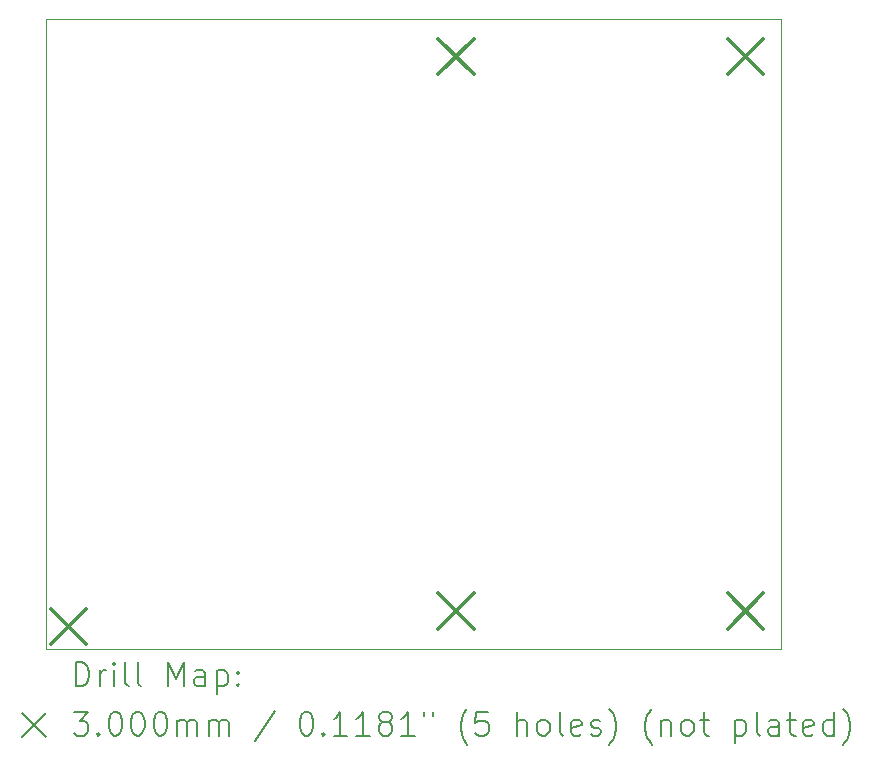
<source format=gbr>
%FSLAX45Y45*%
G04 Gerber Fmt 4.5, Leading zero omitted, Abs format (unit mm)*
G04 Created by KiCad (PCBNEW (6.0.5)) date 2022-12-08 11:31:31*
%MOMM*%
%LPD*%
G01*
G04 APERTURE LIST*
%TA.AperFunction,Profile*%
%ADD10C,0.100000*%
%TD*%
%ADD11C,0.200000*%
%ADD12C,0.300000*%
G04 APERTURE END LIST*
D10*
X10541000Y-5270500D02*
X16764000Y-5270500D01*
X16764000Y-5270500D02*
X16764000Y-10604500D01*
X16764000Y-10604500D02*
X10541000Y-10604500D01*
X10541000Y-10604500D02*
X10541000Y-5270500D01*
D11*
D12*
X10581500Y-10264000D02*
X10881500Y-10564000D01*
X10881500Y-10264000D02*
X10581500Y-10564000D01*
X13862000Y-5440000D02*
X14162000Y-5740000D01*
X14162000Y-5440000D02*
X13862000Y-5740000D01*
X13862000Y-10135000D02*
X14162000Y-10435000D01*
X14162000Y-10135000D02*
X13862000Y-10435000D01*
X16313000Y-5440000D02*
X16613000Y-5740000D01*
X16613000Y-5440000D02*
X16313000Y-5740000D01*
X16313000Y-10135000D02*
X16613000Y-10435000D01*
X16613000Y-10135000D02*
X16313000Y-10435000D01*
D11*
X10793619Y-10919976D02*
X10793619Y-10719976D01*
X10841238Y-10719976D01*
X10869810Y-10729500D01*
X10888857Y-10748548D01*
X10898381Y-10767595D01*
X10907905Y-10805690D01*
X10907905Y-10834262D01*
X10898381Y-10872357D01*
X10888857Y-10891405D01*
X10869810Y-10910452D01*
X10841238Y-10919976D01*
X10793619Y-10919976D01*
X10993619Y-10919976D02*
X10993619Y-10786643D01*
X10993619Y-10824738D02*
X11003143Y-10805690D01*
X11012667Y-10796167D01*
X11031714Y-10786643D01*
X11050762Y-10786643D01*
X11117429Y-10919976D02*
X11117429Y-10786643D01*
X11117429Y-10719976D02*
X11107905Y-10729500D01*
X11117429Y-10739024D01*
X11126952Y-10729500D01*
X11117429Y-10719976D01*
X11117429Y-10739024D01*
X11241238Y-10919976D02*
X11222190Y-10910452D01*
X11212667Y-10891405D01*
X11212667Y-10719976D01*
X11346000Y-10919976D02*
X11326952Y-10910452D01*
X11317428Y-10891405D01*
X11317428Y-10719976D01*
X11574571Y-10919976D02*
X11574571Y-10719976D01*
X11641238Y-10862833D01*
X11707905Y-10719976D01*
X11707905Y-10919976D01*
X11888857Y-10919976D02*
X11888857Y-10815214D01*
X11879333Y-10796167D01*
X11860286Y-10786643D01*
X11822190Y-10786643D01*
X11803143Y-10796167D01*
X11888857Y-10910452D02*
X11869809Y-10919976D01*
X11822190Y-10919976D01*
X11803143Y-10910452D01*
X11793619Y-10891405D01*
X11793619Y-10872357D01*
X11803143Y-10853310D01*
X11822190Y-10843786D01*
X11869809Y-10843786D01*
X11888857Y-10834262D01*
X11984095Y-10786643D02*
X11984095Y-10986643D01*
X11984095Y-10796167D02*
X12003143Y-10786643D01*
X12041238Y-10786643D01*
X12060286Y-10796167D01*
X12069809Y-10805690D01*
X12079333Y-10824738D01*
X12079333Y-10881881D01*
X12069809Y-10900929D01*
X12060286Y-10910452D01*
X12041238Y-10919976D01*
X12003143Y-10919976D01*
X11984095Y-10910452D01*
X12165048Y-10900929D02*
X12174571Y-10910452D01*
X12165048Y-10919976D01*
X12155524Y-10910452D01*
X12165048Y-10900929D01*
X12165048Y-10919976D01*
X12165048Y-10796167D02*
X12174571Y-10805690D01*
X12165048Y-10815214D01*
X12155524Y-10805690D01*
X12165048Y-10796167D01*
X12165048Y-10815214D01*
X10336000Y-11149500D02*
X10536000Y-11349500D01*
X10536000Y-11149500D02*
X10336000Y-11349500D01*
X10774571Y-11139976D02*
X10898381Y-11139976D01*
X10831714Y-11216167D01*
X10860286Y-11216167D01*
X10879333Y-11225690D01*
X10888857Y-11235214D01*
X10898381Y-11254262D01*
X10898381Y-11301881D01*
X10888857Y-11320928D01*
X10879333Y-11330452D01*
X10860286Y-11339976D01*
X10803143Y-11339976D01*
X10784095Y-11330452D01*
X10774571Y-11320928D01*
X10984095Y-11320928D02*
X10993619Y-11330452D01*
X10984095Y-11339976D01*
X10974571Y-11330452D01*
X10984095Y-11320928D01*
X10984095Y-11339976D01*
X11117429Y-11139976D02*
X11136476Y-11139976D01*
X11155524Y-11149500D01*
X11165048Y-11159024D01*
X11174571Y-11178071D01*
X11184095Y-11216167D01*
X11184095Y-11263786D01*
X11174571Y-11301881D01*
X11165048Y-11320928D01*
X11155524Y-11330452D01*
X11136476Y-11339976D01*
X11117429Y-11339976D01*
X11098381Y-11330452D01*
X11088857Y-11320928D01*
X11079333Y-11301881D01*
X11069810Y-11263786D01*
X11069810Y-11216167D01*
X11079333Y-11178071D01*
X11088857Y-11159024D01*
X11098381Y-11149500D01*
X11117429Y-11139976D01*
X11307905Y-11139976D02*
X11326952Y-11139976D01*
X11346000Y-11149500D01*
X11355524Y-11159024D01*
X11365048Y-11178071D01*
X11374571Y-11216167D01*
X11374571Y-11263786D01*
X11365048Y-11301881D01*
X11355524Y-11320928D01*
X11346000Y-11330452D01*
X11326952Y-11339976D01*
X11307905Y-11339976D01*
X11288857Y-11330452D01*
X11279333Y-11320928D01*
X11269809Y-11301881D01*
X11260286Y-11263786D01*
X11260286Y-11216167D01*
X11269809Y-11178071D01*
X11279333Y-11159024D01*
X11288857Y-11149500D01*
X11307905Y-11139976D01*
X11498381Y-11139976D02*
X11517428Y-11139976D01*
X11536476Y-11149500D01*
X11546000Y-11159024D01*
X11555524Y-11178071D01*
X11565048Y-11216167D01*
X11565048Y-11263786D01*
X11555524Y-11301881D01*
X11546000Y-11320928D01*
X11536476Y-11330452D01*
X11517428Y-11339976D01*
X11498381Y-11339976D01*
X11479333Y-11330452D01*
X11469809Y-11320928D01*
X11460286Y-11301881D01*
X11450762Y-11263786D01*
X11450762Y-11216167D01*
X11460286Y-11178071D01*
X11469809Y-11159024D01*
X11479333Y-11149500D01*
X11498381Y-11139976D01*
X11650762Y-11339976D02*
X11650762Y-11206643D01*
X11650762Y-11225690D02*
X11660286Y-11216167D01*
X11679333Y-11206643D01*
X11707905Y-11206643D01*
X11726952Y-11216167D01*
X11736476Y-11235214D01*
X11736476Y-11339976D01*
X11736476Y-11235214D02*
X11746000Y-11216167D01*
X11765048Y-11206643D01*
X11793619Y-11206643D01*
X11812667Y-11216167D01*
X11822190Y-11235214D01*
X11822190Y-11339976D01*
X11917428Y-11339976D02*
X11917428Y-11206643D01*
X11917428Y-11225690D02*
X11926952Y-11216167D01*
X11946000Y-11206643D01*
X11974571Y-11206643D01*
X11993619Y-11216167D01*
X12003143Y-11235214D01*
X12003143Y-11339976D01*
X12003143Y-11235214D02*
X12012667Y-11216167D01*
X12031714Y-11206643D01*
X12060286Y-11206643D01*
X12079333Y-11216167D01*
X12088857Y-11235214D01*
X12088857Y-11339976D01*
X12479333Y-11130452D02*
X12307905Y-11387595D01*
X12736476Y-11139976D02*
X12755524Y-11139976D01*
X12774571Y-11149500D01*
X12784095Y-11159024D01*
X12793619Y-11178071D01*
X12803143Y-11216167D01*
X12803143Y-11263786D01*
X12793619Y-11301881D01*
X12784095Y-11320928D01*
X12774571Y-11330452D01*
X12755524Y-11339976D01*
X12736476Y-11339976D01*
X12717428Y-11330452D01*
X12707905Y-11320928D01*
X12698381Y-11301881D01*
X12688857Y-11263786D01*
X12688857Y-11216167D01*
X12698381Y-11178071D01*
X12707905Y-11159024D01*
X12717428Y-11149500D01*
X12736476Y-11139976D01*
X12888857Y-11320928D02*
X12898381Y-11330452D01*
X12888857Y-11339976D01*
X12879333Y-11330452D01*
X12888857Y-11320928D01*
X12888857Y-11339976D01*
X13088857Y-11339976D02*
X12974571Y-11339976D01*
X13031714Y-11339976D02*
X13031714Y-11139976D01*
X13012667Y-11168548D01*
X12993619Y-11187595D01*
X12974571Y-11197119D01*
X13279333Y-11339976D02*
X13165048Y-11339976D01*
X13222190Y-11339976D02*
X13222190Y-11139976D01*
X13203143Y-11168548D01*
X13184095Y-11187595D01*
X13165048Y-11197119D01*
X13393619Y-11225690D02*
X13374571Y-11216167D01*
X13365048Y-11206643D01*
X13355524Y-11187595D01*
X13355524Y-11178071D01*
X13365048Y-11159024D01*
X13374571Y-11149500D01*
X13393619Y-11139976D01*
X13431714Y-11139976D01*
X13450762Y-11149500D01*
X13460286Y-11159024D01*
X13469809Y-11178071D01*
X13469809Y-11187595D01*
X13460286Y-11206643D01*
X13450762Y-11216167D01*
X13431714Y-11225690D01*
X13393619Y-11225690D01*
X13374571Y-11235214D01*
X13365048Y-11244738D01*
X13355524Y-11263786D01*
X13355524Y-11301881D01*
X13365048Y-11320928D01*
X13374571Y-11330452D01*
X13393619Y-11339976D01*
X13431714Y-11339976D01*
X13450762Y-11330452D01*
X13460286Y-11320928D01*
X13469809Y-11301881D01*
X13469809Y-11263786D01*
X13460286Y-11244738D01*
X13450762Y-11235214D01*
X13431714Y-11225690D01*
X13660286Y-11339976D02*
X13546000Y-11339976D01*
X13603143Y-11339976D02*
X13603143Y-11139976D01*
X13584095Y-11168548D01*
X13565048Y-11187595D01*
X13546000Y-11197119D01*
X13736476Y-11139976D02*
X13736476Y-11178071D01*
X13812667Y-11139976D02*
X13812667Y-11178071D01*
X14107905Y-11416167D02*
X14098381Y-11406643D01*
X14079333Y-11378071D01*
X14069809Y-11359024D01*
X14060286Y-11330452D01*
X14050762Y-11282833D01*
X14050762Y-11244738D01*
X14060286Y-11197119D01*
X14069809Y-11168548D01*
X14079333Y-11149500D01*
X14098381Y-11120929D01*
X14107905Y-11111405D01*
X14279333Y-11139976D02*
X14184095Y-11139976D01*
X14174571Y-11235214D01*
X14184095Y-11225690D01*
X14203143Y-11216167D01*
X14250762Y-11216167D01*
X14269809Y-11225690D01*
X14279333Y-11235214D01*
X14288857Y-11254262D01*
X14288857Y-11301881D01*
X14279333Y-11320928D01*
X14269809Y-11330452D01*
X14250762Y-11339976D01*
X14203143Y-11339976D01*
X14184095Y-11330452D01*
X14174571Y-11320928D01*
X14526952Y-11339976D02*
X14526952Y-11139976D01*
X14612667Y-11339976D02*
X14612667Y-11235214D01*
X14603143Y-11216167D01*
X14584095Y-11206643D01*
X14555524Y-11206643D01*
X14536476Y-11216167D01*
X14526952Y-11225690D01*
X14736476Y-11339976D02*
X14717428Y-11330452D01*
X14707905Y-11320928D01*
X14698381Y-11301881D01*
X14698381Y-11244738D01*
X14707905Y-11225690D01*
X14717428Y-11216167D01*
X14736476Y-11206643D01*
X14765048Y-11206643D01*
X14784095Y-11216167D01*
X14793619Y-11225690D01*
X14803143Y-11244738D01*
X14803143Y-11301881D01*
X14793619Y-11320928D01*
X14784095Y-11330452D01*
X14765048Y-11339976D01*
X14736476Y-11339976D01*
X14917428Y-11339976D02*
X14898381Y-11330452D01*
X14888857Y-11311405D01*
X14888857Y-11139976D01*
X15069809Y-11330452D02*
X15050762Y-11339976D01*
X15012667Y-11339976D01*
X14993619Y-11330452D01*
X14984095Y-11311405D01*
X14984095Y-11235214D01*
X14993619Y-11216167D01*
X15012667Y-11206643D01*
X15050762Y-11206643D01*
X15069809Y-11216167D01*
X15079333Y-11235214D01*
X15079333Y-11254262D01*
X14984095Y-11273309D01*
X15155524Y-11330452D02*
X15174571Y-11339976D01*
X15212667Y-11339976D01*
X15231714Y-11330452D01*
X15241238Y-11311405D01*
X15241238Y-11301881D01*
X15231714Y-11282833D01*
X15212667Y-11273309D01*
X15184095Y-11273309D01*
X15165048Y-11263786D01*
X15155524Y-11244738D01*
X15155524Y-11235214D01*
X15165048Y-11216167D01*
X15184095Y-11206643D01*
X15212667Y-11206643D01*
X15231714Y-11216167D01*
X15307905Y-11416167D02*
X15317428Y-11406643D01*
X15336476Y-11378071D01*
X15346000Y-11359024D01*
X15355524Y-11330452D01*
X15365048Y-11282833D01*
X15365048Y-11244738D01*
X15355524Y-11197119D01*
X15346000Y-11168548D01*
X15336476Y-11149500D01*
X15317428Y-11120929D01*
X15307905Y-11111405D01*
X15669809Y-11416167D02*
X15660286Y-11406643D01*
X15641238Y-11378071D01*
X15631714Y-11359024D01*
X15622190Y-11330452D01*
X15612667Y-11282833D01*
X15612667Y-11244738D01*
X15622190Y-11197119D01*
X15631714Y-11168548D01*
X15641238Y-11149500D01*
X15660286Y-11120929D01*
X15669809Y-11111405D01*
X15746000Y-11206643D02*
X15746000Y-11339976D01*
X15746000Y-11225690D02*
X15755524Y-11216167D01*
X15774571Y-11206643D01*
X15803143Y-11206643D01*
X15822190Y-11216167D01*
X15831714Y-11235214D01*
X15831714Y-11339976D01*
X15955524Y-11339976D02*
X15936476Y-11330452D01*
X15926952Y-11320928D01*
X15917428Y-11301881D01*
X15917428Y-11244738D01*
X15926952Y-11225690D01*
X15936476Y-11216167D01*
X15955524Y-11206643D01*
X15984095Y-11206643D01*
X16003143Y-11216167D01*
X16012667Y-11225690D01*
X16022190Y-11244738D01*
X16022190Y-11301881D01*
X16012667Y-11320928D01*
X16003143Y-11330452D01*
X15984095Y-11339976D01*
X15955524Y-11339976D01*
X16079333Y-11206643D02*
X16155524Y-11206643D01*
X16107905Y-11139976D02*
X16107905Y-11311405D01*
X16117428Y-11330452D01*
X16136476Y-11339976D01*
X16155524Y-11339976D01*
X16374571Y-11206643D02*
X16374571Y-11406643D01*
X16374571Y-11216167D02*
X16393619Y-11206643D01*
X16431714Y-11206643D01*
X16450762Y-11216167D01*
X16460286Y-11225690D01*
X16469809Y-11244738D01*
X16469809Y-11301881D01*
X16460286Y-11320928D01*
X16450762Y-11330452D01*
X16431714Y-11339976D01*
X16393619Y-11339976D01*
X16374571Y-11330452D01*
X16584095Y-11339976D02*
X16565048Y-11330452D01*
X16555524Y-11311405D01*
X16555524Y-11139976D01*
X16746000Y-11339976D02*
X16746000Y-11235214D01*
X16736476Y-11216167D01*
X16717428Y-11206643D01*
X16679333Y-11206643D01*
X16660286Y-11216167D01*
X16746000Y-11330452D02*
X16726952Y-11339976D01*
X16679333Y-11339976D01*
X16660286Y-11330452D01*
X16650762Y-11311405D01*
X16650762Y-11292357D01*
X16660286Y-11273309D01*
X16679333Y-11263786D01*
X16726952Y-11263786D01*
X16746000Y-11254262D01*
X16812667Y-11206643D02*
X16888857Y-11206643D01*
X16841238Y-11139976D02*
X16841238Y-11311405D01*
X16850762Y-11330452D01*
X16869810Y-11339976D01*
X16888857Y-11339976D01*
X17031714Y-11330452D02*
X17012667Y-11339976D01*
X16974571Y-11339976D01*
X16955524Y-11330452D01*
X16946000Y-11311405D01*
X16946000Y-11235214D01*
X16955524Y-11216167D01*
X16974571Y-11206643D01*
X17012667Y-11206643D01*
X17031714Y-11216167D01*
X17041238Y-11235214D01*
X17041238Y-11254262D01*
X16946000Y-11273309D01*
X17212667Y-11339976D02*
X17212667Y-11139976D01*
X17212667Y-11330452D02*
X17193619Y-11339976D01*
X17155524Y-11339976D01*
X17136476Y-11330452D01*
X17126952Y-11320928D01*
X17117429Y-11301881D01*
X17117429Y-11244738D01*
X17126952Y-11225690D01*
X17136476Y-11216167D01*
X17155524Y-11206643D01*
X17193619Y-11206643D01*
X17212667Y-11216167D01*
X17288857Y-11416167D02*
X17298381Y-11406643D01*
X17317429Y-11378071D01*
X17326952Y-11359024D01*
X17336476Y-11330452D01*
X17346000Y-11282833D01*
X17346000Y-11244738D01*
X17336476Y-11197119D01*
X17326952Y-11168548D01*
X17317429Y-11149500D01*
X17298381Y-11120929D01*
X17288857Y-11111405D01*
M02*

</source>
